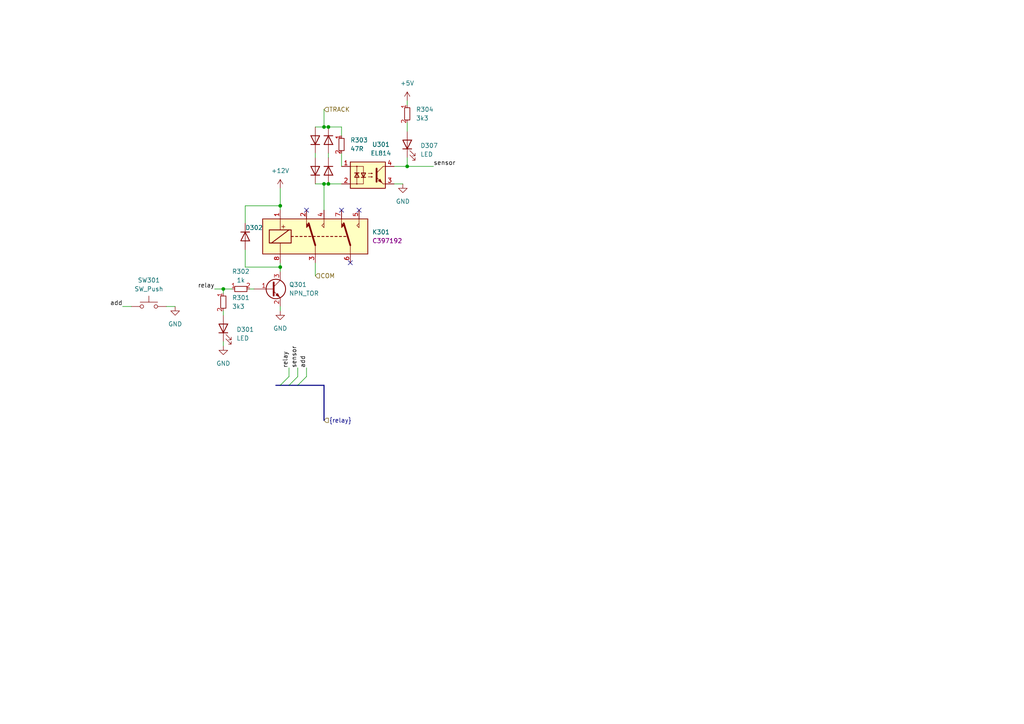
<source format=kicad_sch>
(kicad_sch (version 20230121) (generator eeschema)
  (paper "A4")
  (lib_symbols
    (symbol "custom_kicad_lib_sk:1N4148WS" (pin_numbers hide) (pin_names hide)
      (property "Reference" "D" (at 0 2.54 0))
      (property "Value" "1N4148WS" (at 0 -2.54 0))
      (symbol "1N4148WS_0_1"
        (polyline (pts (xy -1.27 1.27) (xy -1.27 -1.27)) (stroke (width 0.254)))
        (polyline (pts (xy 1.27 0) (xy -1.27 0)))
        (polyline (pts (xy 1.27 1.27) (xy 1.27 -1.27) (xy -1.27 0) (xy 1.27 1.27)) (stroke (width 0.254)))
      )
      (symbol "1N4148WS_1_1"
        (pin passive line (at -3.81 0 0) (length 2.54) (name "K") (number "1"))
        (pin passive line (at 3.81 0 180) (length 2.54) (name "A") (number "2"))
      )
    )
    (symbol "custom_kicad_lib_sk:EL814S" (pin_names (offset 1.016))
      (property "Reference" "U" (at -5.334 4.826 0))
      (property "Value" "EL814" (at 0 5.08 0))
      (symbol "EL814S_0_1"
        (rectangle (start -5.08 3.81) (end 5.08 -3.81) (stroke (width 0.254)) (fill (type background)))
        (circle (center -3.175 -2.54) (radius 0.127))
        (circle (center -3.175 2.54) (radius 0.127))
        (polyline (pts (xy -3.81 0.635) (xy -2.54 0.635)) (stroke (width 0.254)))
        (polyline (pts (xy -3.175 -0.635) (xy -3.175 -2.54)))
        (polyline (pts (xy -3.175 0.635) (xy -3.175 -0.635)))
        (polyline (pts (xy -3.175 0.635) (xy -3.175 2.54)))
        (polyline (pts (xy -1.905 -0.635) (xy -0.635 -0.635)) (stroke (width 0.254)))
        (polyline (pts (xy -1.27 0.635) (xy -1.27 -0.635)))
        (polyline (pts (xy 2.54 0.635) (xy 4.445 2.54)))
        (polyline (pts (xy 4.445 -2.54) (xy 2.54 -0.635)) (fill (type outline)))
        (polyline (pts (xy 4.445 -2.54) (xy 5.08 -2.54)))
        (polyline (pts (xy 4.445 2.54) (xy 5.08 2.54)))
        (polyline (pts (xy -5.08 2.54) (xy -1.27 2.54) (xy -1.27 0.635)))
        (polyline (pts (xy -1.27 -0.635) (xy -1.27 -2.54) (xy -5.08 -2.54)))
        (polyline (pts (xy 2.54 1.905) (xy 2.54 -1.905) (xy 2.54 -1.905)) (stroke (width 0.508)))
        (polyline (pts (xy -3.175 0.635) (xy -3.81 -0.635) (xy -2.54 -0.635) (xy -3.175 0.635)) (stroke (width 0.254)))
        (polyline (pts (xy -1.27 -0.635) (xy -1.905 0.635) (xy -0.635 0.635) (xy -1.27 -0.635)) (stroke (width 0.254)))
        (polyline (pts (xy 0.127 -0.508) (xy 1.397 -0.508) (xy 1.016 -0.635) (xy 1.016 -0.381) (xy 1.397 -0.508)))
        (polyline (pts (xy 0.127 0.508) (xy 1.397 0.508) (xy 1.016 0.381) (xy 1.016 0.635) (xy 1.397 0.508)))
        (polyline (pts (xy 3.048 -1.651) (xy 3.556 -1.143) (xy 4.064 -2.159) (xy 3.048 -1.651) (xy 3.048 -1.651)) (fill (type outline)))
      )
      (symbol "EL814S_1_1"
        (pin passive line (at -7.62 2.54 0) (length 2.54) (name "~") (number "1"))
        (pin passive line (at -7.62 -2.54 0) (length 2.54) (name "~") (number "2"))
        (pin passive line (at 7.62 -2.54 180) (length 2.54) (name "~") (number "3"))
        (pin passive line (at 7.62 2.54 180) (length 2.54) (name "~") (number "4"))
      )
    )
    (symbol "custom_kicad_lib_sk:G6K-2F-Y-TR DC12"
      (property "Reference" "K" (at 16.51 3.81 0))
      (property "JLCPCB Part#" "C397192" (at 0 0 0))
      (symbol "G6K-2F-Y-TR DC12_0_0"
        (text "+" (at -9.271 2.921 0) (effects (font (size 1.27 1.27))))
      )
      (symbol "G6K-2F-Y-TR DC12_0_1"
        (rectangle (start -15.24 5.08) (end 15.24 -5.08) (stroke (width 0.254)) (fill (type background)))
        (rectangle (start -13.335 1.905) (end -6.985 -1.905) (stroke (width 0.254)))
        (polyline (pts (xy -12.7 -1.905) (xy -7.62 1.905)) (stroke (width 0.254)))
        (polyline (pts (xy -10.16 -5.08) (xy -10.16 -1.905)))
        (polyline (pts (xy -10.16 5.08) (xy -10.16 1.905)))
        (polyline (pts (xy -6.985 0) (xy -6.35 0)) (stroke (width 0.254)))
        (polyline (pts (xy -5.715 0) (xy -5.08 0)) (stroke (width 0.254)))
        (polyline (pts (xy -4.445 0) (xy -3.81 0)) (stroke (width 0.254)))
        (polyline (pts (xy -3.175 0) (xy -2.54 0)) (stroke (width 0.254)))
        (polyline (pts (xy -1.905 0) (xy -1.27 0)) (stroke (width 0.254)))
        (polyline (pts (xy -0.635 0) (xy 0 0)) (stroke (width 0.254)))
        (polyline (pts (xy 0 -2.54) (xy -1.905 3.81)) (stroke (width 0.508)))
        (polyline (pts (xy 0 -2.54) (xy 0 -5.08)))
        (polyline (pts (xy 0.635 0) (xy 1.27 0)) (stroke (width 0.254)))
        (polyline (pts (xy 1.905 0) (xy 2.54 0)) (stroke (width 0.254)))
        (polyline (pts (xy 3.175 0) (xy 3.81 0)) (stroke (width 0.254)))
        (polyline (pts (xy 4.445 0) (xy 5.08 0)) (stroke (width 0.254)))
        (polyline (pts (xy 5.715 0) (xy 6.35 0)) (stroke (width 0.254)))
        (polyline (pts (xy 6.985 0) (xy 7.62 0)) (stroke (width 0.254)))
        (polyline (pts (xy 8.255 0) (xy 8.89 0)) (stroke (width 0.254)))
        (polyline (pts (xy 10.16 -2.54) (xy 8.255 3.81)) (stroke (width 0.508)))
        (polyline (pts (xy 10.16 -2.54) (xy 10.16 -5.08)))
        (polyline (pts (xy -2.54 5.08) (xy -2.54 2.54) (xy -1.905 3.175) (xy -2.54 3.81)) (fill (type outline)))
        (polyline (pts (xy 2.54 5.08) (xy 2.54 2.54) (xy 1.905 3.175) (xy 2.54 3.81)))
        (polyline (pts (xy 7.62 5.08) (xy 7.62 2.54) (xy 8.255 3.175) (xy 7.62 3.81)) (fill (type outline)))
        (polyline (pts (xy 12.7 5.08) (xy 12.7 2.54) (xy 12.065 3.175) (xy 12.7 3.81)))
      )
      (symbol "G6K-2F-Y-TR DC12_1_1"
        (pin passive line (at -10.16 7.62 270) (length 2.54) (name "~") (number "1"))
        (pin passive line (at -2.54 7.62 270) (length 2.54) (name "~") (number "2"))
        (pin passive line (at 0 -7.62 90) (length 2.54) (name "~") (number "3"))
        (pin passive line (at 2.54 7.62 270) (length 2.54) (name "~") (number "4"))
        (pin passive line (at 12.7 7.62 270) (length 2.54) (name "~") (number "5"))
        (pin passive line (at 10.16 -7.62 90) (length 2.54) (name "~") (number "6"))
        (pin passive line (at 7.62 7.62 270) (length 2.54) (name "~") (number "7"))
        (pin passive line (at -10.16 -7.62 90) (length 2.54) (name "~") (number "8"))
      )
    )
    (symbol "custom_kicad_lib_sk:LED" (pin_numbers hide) (pin_names (offset 1.016) hide)
      (property "Reference" "D" (at 0 2.54 0))
      (property "Value" "LED" (at 0 -2.54 0))
      (symbol "LED_0_1"
        (polyline (pts (xy -1.27 -1.27) (xy -1.27 1.27)) (stroke (width 0.254)))
        (polyline (pts (xy -1.27 0) (xy 1.27 0)))
        (polyline (pts (xy 1.27 -1.27) (xy 1.27 1.27) (xy -1.27 0) (xy 1.27 -1.27)) (stroke (width 0.254)))
        (polyline (pts (xy -3.048 -0.762) (xy -4.572 -2.286) (xy -3.81 -2.286) (xy -4.572 -2.286) (xy -4.572 -1.524)))
        (polyline (pts (xy -1.778 -0.762) (xy -3.302 -2.286) (xy -2.54 -2.286) (xy -3.302 -2.286) (xy -3.302 -1.524)))
      )
      (symbol "LED_1_1"
        (pin passive line (at -3.81 0 0) (length 2.54) (name "K") (number "1"))
        (pin passive line (at 3.81 0 180) (length 2.54) (name "A") (number "2"))
      )
    )
    (symbol "custom_kicad_lib_sk:NPN_TOR" (pin_names (offset 0) hide)
      (property "Reference" "Q" (at 5.08 1.905 0))
      (property "Value" "NPN_TOR" (at 5.08 0 0))
      (symbol "NPN_TOR_0_1"
        (polyline (pts (xy 0.635 0.635) (xy 2.54 2.54)))
        (polyline (pts (xy 0.635 -0.635) (xy 2.54 -2.54) (xy 2.54 -2.54)))
        (polyline (pts (xy 0.635 1.905) (xy 0.635 -1.905) (xy 0.635 -1.905)) (stroke (width 0.508)))
        (polyline (pts (xy 1.27 -1.778) (xy 1.778 -1.27) (xy 2.286 -2.286) (xy 1.27 -1.778) (xy 1.27 -1.778)) (fill (type outline)))
        (circle (center 1.27 0) (radius 2.8194) (stroke (width 0.254)))
      )
      (symbol "NPN_TOR_1_1"
        (pin input line (at -5.08 0 0) (length 5.715) (name "B") (number "1"))
        (pin passive line (at 2.54 -5.08 90) (length 2.54) (name "E") (number "2"))
        (pin passive line (at 2.54 5.08 270) (length 2.54) (name "C") (number "3"))
      )
    )
    (symbol "custom_kicad_lib_sk:SS53" (pin_numbers hide) (pin_names (offset 1.016) hide)
      (property "Reference" "D" (at 0 2.54 0))
      (property "Value" "SS53" (at 0 -1.27 0))
      (symbol "SS53_0_1"
        (polyline (pts (xy -1.27 2.54) (xy -1.27 0)) (stroke (width 0.254)))
        (polyline (pts (xy 1.27 1.27) (xy -1.27 1.27)))
        (polyline (pts (xy 1.27 2.54) (xy 1.27 0) (xy -1.27 1.27) (xy 1.27 2.54)) (stroke (width 0.254)))
      )
      (symbol "SS53_1_1"
        (pin passive line (at -3.81 1.27 0) (length 2.54) (name "K") (number "1"))
        (pin passive line (at 3.81 1.27 180) (length 2.54) (name "A") (number "2"))
      )
    )
    (symbol "custom_kicad_lib_sk:tactile_SMD_6mm" (pin_numbers hide) (pin_names (offset 1.016) hide)
      (property "Reference" "SW" (at 1.27 2.54 0))
      (property "Value" "SW_Push" (at 0 -1.524 0))
      (symbol "tactile_SMD_6mm_0_1"
        (circle (center -2.032 0) (radius 0.508))
        (polyline (pts (xy 0 1.27) (xy 0 3.048)))
        (polyline (pts (xy 2.54 1.27) (xy -2.54 1.27)))
        (circle (center 2.032 0) (radius 0.508))
        (pin passive line (at -5.08 0 0) (length 2.54) (name "1") (number "1"))
        (pin passive line (at 5.08 0 180) (length 2.54) (name "2") (number "2"))
      )
    )
    (symbol "power:+12V" (power) (pin_names (offset 0))
      (property "Value" "+12V" (at 0 3.556 0))
      (symbol "+12V_0_1"
        (polyline (pts (xy -0.762 1.27) (xy 0 2.54)))
        (polyline (pts (xy 0 0) (xy 0 2.54)))
        (polyline (pts (xy 0 2.54) (xy 0.762 1.27)))
      )
      (symbol "+12V_1_1"
        (pin power_in line (at 0 0 90) (length 0) hide (name "+12V") (number "1"))
      )
    )
    (symbol "power:+5V" (power) (pin_names (offset 0))
      (property "Value" "+5V" (at 0 3.556 0))
      (symbol "+5V_0_1"
        (polyline (pts (xy -0.762 1.27) (xy 0 2.54)))
        (polyline (pts (xy 0 0) (xy 0 2.54)))
        (polyline (pts (xy 0 2.54) (xy 0.762 1.27)))
      )
      (symbol "+5V_1_1"
        (pin power_in line (at 0 0 90) (length 0) hide (name "+5V") (number "1"))
      )
    )
    (symbol "power:GND" (power) (pin_names (offset 0))
      (property "Value" "GND" (at 0 -3.81 0))
      (symbol "GND_0_1"
        (polyline (pts (xy 0 0) (xy 0 -1.27) (xy 1.27 -1.27) (xy 0 -2.54) (xy -1.27 -1.27) (xy 0 -1.27)))
      )
      (symbol "GND_1_1"
        (pin power_in line (at 0 0 270) (length 0) hide (name "GND") (number "1"))
      )
    )
    (symbol "resistors_0603:R_1k_0603"
      (property "Reference" "R" (at 1.27 2.54 0))
      (property "Value" "1k" (at 2.54 -2.54 0))
      (symbol "R_1k_0603_0_1"
        (rectangle (start -0.762 1.778) (end 0.762 -1.778) (stroke (width 0.2032)))
      )
      (symbol "R_1k_0603_1_1"
        (pin passive line (at 0 2.54 270) (length 0.762) (name "~") (number "1"))
        (pin passive line (at 0 -2.54 90) (length 0.762) (name "~") (number "2"))
      )
    )
    (symbol "resistors_0603:R_3k3_0603"
      (property "Reference" "R" (at 1.27 2.54 0))
      (property "Value" "3k3" (at 2.54 -2.54 0))
      (symbol "R_3k3_0603_0_1"
        (rectangle (start -0.762 1.778) (end 0.762 -1.778) (stroke (width 0.2032)))
      )
      (symbol "R_3k3_0603_1_1"
        (pin passive line (at 0 2.54 270) (length 0.762) (name "~") (number "1"))
        (pin passive line (at 0 -2.54 90) (length 0.762) (name "~") (number "2"))
      )
    )
    (symbol "resistors_0603:R_47R_0603"
      (property "Reference" "R" (at 1.27 2.54 0))
      (property "Value" "47R" (at 2.54 -2.54 0))
      (symbol "R_47R_0603_0_1"
        (rectangle (start -0.762 1.778) (end 0.762 -1.778) (stroke (width 0.2032)))
      )
      (symbol "R_47R_0603_1_1"
        (pin passive line (at 0 2.54 270) (length 0.762) (name "~") (number "1"))
        (pin passive line (at 0 -2.54 90) (length 0.762) (name "~") (number "2"))
      )
    )
  )
  (junction (at 93.98 36.83))
  (junction (at 93.98 53.34))
  (junction (at 64.77 83.82))
  (junction (at 95.25 53.34))
  (junction (at 118.11 48.26))
  (junction (at 81.28 77.47))
  (junction (at 95.25 36.83))
  (junction (at 81.28 59.69))
  (no_connect (at 104.14 60.96))
  (no_connect (at 99.06 60.96))
  (no_connect (at 88.9 60.96))
  (no_connect (at 101.6 76.2))
  (bus_entry (at 81.28 111.76) (size 2.54 -2.54))
  (bus_entry (at 86.36 111.76) (size 2.54 -2.54))
  (bus_entry (at 83.82 111.76) (size 2.54 -2.54))
  (wire (pts (xy 118.11 45.72) (xy 118.11 48.26)))
  (wire (pts (xy 114.3 53.34) (xy 116.84 53.34)))
  (wire (pts (xy 93.98 31.75) (xy 93.98 36.83)))
  (wire (pts (xy 64.77 83.82) (xy 64.77 85.09)))
  (bus (pts (xy 83.82 111.76) (xy 86.36 111.76)))
  (wire (pts (xy 93.98 53.34) (xy 93.98 60.96)))
  (wire (pts (xy 71.12 77.47) (xy 71.12 72.39)))
  (bus (pts (xy 86.36 111.76) (xy 93.98 111.76)))
  (wire (pts (xy 72.39 83.82) (xy 73.66 83.82)))
  (wire (pts (xy 71.12 59.69) (xy 71.12 64.77)))
  (wire (pts (xy 48.26 88.9) (xy 50.8 88.9)))
  (wire (pts (xy 91.44 45.72) (xy 91.44 44.45)))
  (wire (pts (xy 81.28 76.2) (xy 81.28 77.47)))
  (wire (pts (xy 64.77 99.06) (xy 64.77 100.33)))
  (wire (pts (xy 81.28 88.9) (xy 81.28 90.17)))
  (wire (pts (xy 62.23 83.82) (xy 64.77 83.82)))
  (wire (pts (xy 83.82 106.68) (xy 83.82 109.22)))
  (wire (pts (xy 91.44 76.2) (xy 91.44 80.01)))
  (bus (pts (xy 80.01 111.76) (xy 81.28 111.76)))
  (wire (pts (xy 81.28 77.47) (xy 71.12 77.47)))
  (wire (pts (xy 81.28 60.96) (xy 81.28 59.69)))
  (wire (pts (xy 99.06 36.83) (xy 95.25 36.83)))
  (wire (pts (xy 95.25 36.83) (xy 93.98 36.83)))
  (wire (pts (xy 95.25 45.72) (xy 95.25 44.45)))
  (wire (pts (xy 91.44 53.34) (xy 93.98 53.34)))
  (wire (pts (xy 93.98 36.83) (xy 91.44 36.83)))
  (wire (pts (xy 88.9 106.68) (xy 88.9 109.22)))
  (wire (pts (xy 95.25 53.34) (xy 99.06 53.34)))
  (wire (pts (xy 118.11 29.21) (xy 118.11 30.48)))
  (wire (pts (xy 93.98 53.34) (xy 95.25 53.34)))
  (wire (pts (xy 81.28 59.69) (xy 71.12 59.69)))
  (bus (pts (xy 93.98 121.92) (xy 93.98 111.76)))
  (wire (pts (xy 118.11 35.56) (xy 118.11 38.1)))
  (wire (pts (xy 64.77 83.82) (xy 67.31 83.82)))
  (wire (pts (xy 64.77 90.17) (xy 64.77 91.44)))
  (wire (pts (xy 35.56 88.9) (xy 38.1 88.9)))
  (wire (pts (xy 99.06 39.37) (xy 99.06 36.83)))
  (wire (pts (xy 81.28 54.61) (xy 81.28 59.69)))
  (wire (pts (xy 86.36 106.68) (xy 86.36 109.22)))
  (wire (pts (xy 99.06 44.45) (xy 99.06 48.26)))
  (wire (pts (xy 81.28 77.47) (xy 81.28 78.74)))
  (wire (pts (xy 114.3 48.26) (xy 118.11 48.26)))
  (bus (pts (xy 81.28 111.76) (xy 83.82 111.76)))
  (wire (pts (xy 118.11 48.26) (xy 125.73 48.26)))
  (label "relay" (at 83.82 106.68 90))
  (label "add" (at 35.56 88.9 180))
  (label "sensor" (at 125.73 48.26 0))
  (label "sensor" (at 86.36 106.68 90))
  (label "add" (at 88.9 106.68 90))
  (label "relay" (at 62.23 83.82 180))
  (hierarchical_label "TRACK" (shape input) (at 93.98 31.75 0))
  (hierarchical_label "{relay}" (shape input) (at 93.98 121.92 0))
  (hierarchical_label "COM" (shape input) (at 91.44 80.01 0))
  (symbol (lib_id "power:+12V") (at 81.28 54.61 0) (unit 1)
    (property "Reference" "#PWR0305" (effects hide))
    (property "Value" "+12V" (at 81.28 49.53 0))
    (instances (project "relayTracker" (path "" (reference "#PWR0305") (unit 1)) (path "" (reference "#PWR0505") (unit 1)) (path "" (reference "#PWR0605") (unit 1)) (path "" (reference "#PWR0705") (unit 1))))
  )
  (symbol (lib_id "custom_kicad_lib_sk:LED") (at 64.77 95.25 90) (unit 1)
    (property "Reference" "D301" (at 68.58 95.5675 90) (effects (justify right)))
    (property "Value" "LED" (at 68.58 98.1075 90) (effects (justify right)))
    (property "Footprint" "LED_SMD:LED_0805_2012Metric_Pad1.15x1.40mm_HandSolder" (effects hide))
    (property "JLCPCB Part#" "C2296" (effects hide))
    (instances (project "relayTracker" (path "" (reference "D301") (unit 1)) (path "" (reference "D501") (unit 1)) (path "" (reference "D601") (unit 1)) (path "" (reference "D701") (unit 1))))
  )
  (symbol (lib_id "power:GND") (at 116.84 53.34 0) (unit 1)
    (property "Reference" "#PWR0302" (effects hide))
    (property "Value" "GND" (at 116.84 58.42 0))
    (instances (project "relayTracker" (path "" (reference "#PWR0302") (unit 1)) (path "" (reference "#PWR0502") (unit 1)) (path "" (reference "#PWR0602") (unit 1)) (path "" (reference "#PWR0702") (unit 1))))
  )
  (symbol (lib_id "custom_kicad_lib_sk:SS53") (at 92.71 40.64 90) (unit 1)
    (property "Reference" "D303" (effects hide))
    (property "Value" "SS53" (effects hide))
    (property "Footprint" "Diode_SMD:D_SMA" (effects hide))
    (property "Sim.Device" "D" (effects hide))
    (property "Sim.Pins" "1=K 2=A" (effects hide))
    (property "JLCPCB Part#" "C8678" (effects hide))
    (instances (project "relayTracker" (path "" (reference "D303") (unit 1)) (path "" (reference "D503") (unit 1)) (path "" (reference "D603") (unit 1)) (path "" (reference "D703") (unit 1))))
  )
  (symbol (lib_id "custom_kicad_lib_sk:LED") (at 118.11 41.91 90) (unit 1)
    (property "Reference" "D307" (at 121.92 42.2275 90) (effects (justify right)))
    (property "Value" "LED" (at 121.92 44.7675 90) (effects (justify right)))
    (property "Footprint" "LED_SMD:LED_0805_2012Metric_Pad1.15x1.40mm_HandSolder" (effects hide))
    (property "JLCPCB Part#" "C2296" (effects hide))
    (instances (project "relayTracker" (path "" (reference "D307") (unit 1)) (path "" (reference "D507") (unit 1)) (path "" (reference "D607") (unit 1)) (path "" (reference "D707") (unit 1))))
  )
  (symbol (lib_id "power:+5V") (at 118.11 29.21 0) (unit 1)
    (property "Reference" "#PWR0306" (effects hide))
    (property "Value" "+5V" (at 118.11 24.13 0))
    (instances (project "relayTracker" (path "" (reference "#PWR0306") (unit 1)) (path "" (reference "#PWR0506") (unit 1)) (path "" (reference "#PWR0606") (unit 1)) (path "" (reference "#PWR0706") (unit 1))))
  )
  (symbol (lib_id "custom_kicad_lib_sk:EL814S") (at 106.68 50.8 0) (unit 1)
    (property "Reference" "U301" (at 110.49 41.91 0))
    (property "Value" "EL814" (at 110.49 44.45 0))
    (property "Footprint" "Package_DIP:SMDIP-4_W9.53mm" (effects hide))
    (property "Datasheet" "http://www.everlight.com/file/ProductFile/EL814.pdf" (effects hide))
    (property "JLCPCB Part#" "C500388" (effects hide))
    (instances (project "relayTracker" (path "" (reference "U301") (unit 1)) (path "" (reference "U501") (unit 1)) (path "" (reference "U601") (unit 1)) (path "" (reference "U701") (unit 1))))
  )
  (symbol (lib_id "resistors_0603:R_47R_0603") (at 99.06 41.91 0) (unit 1)
    (property "Reference" "R303" (at 101.6 40.64 0) (effects (justify left)))
    (property "Value" "47R" (at 101.6 43.18 0) (effects (justify left)))
    (property "Footprint" "custom_kicad_lib_sk:R_0603_smalltext" (effects hide))
    (property "JLCPCB Part#" "C23182" (effects hide))
    (instances (project "relayTracker" (path "" (reference "R303") (unit 1)) (path "" (reference "R503") (unit 1)) (path "" (reference "R603") (unit 1)) (path "" (reference "R703") (unit 1))))
  )
  (symbol (lib_id "custom_kicad_lib_sk:G6K-2F-Y-TR DC12") (at 91.44 68.58 0) (unit 1)
    (property "Reference" "K301" (at 107.95 67.31 0) (effects (justify left)))
    (property "Value" "G6K-2F-Y-TR DC12" (effects hide))
    (property "Footprint" "Relay_SMD:Relay_DPDT_Omron_G6K-2F-Y" (effects hide))
    (property "Datasheet" "http://omronfs.omron.com/en_US/ecb/products/pdf/en-g6k.pdf" (effects hide))
    (property "JLCPCB Part#" "C397192" (at 107.95 69.85 0) (effects (justify left)))
    (instances (project "relayTracker" (path "" (reference "K301") (unit 1)) (path "" (reference "K501") (unit 1)) (path "" (reference "K601") (unit 1)) (path "" (reference "K701") (unit 1))))
  )
  (symbol (lib_id "resistors_0603:R_3k3_0603") (at 118.11 33.02 0) (unit 1)
    (property "Reference" "R304" (at 120.65 31.75 0) (effects (justify left)))
    (property "Value" "3k3" (at 120.65 34.29 0) (effects (justify left)))
    (property "Footprint" "custom_kicad_lib_sk:R_0603_smalltext" (effects hide))
    (property "JLCPCB Part#" "C22978" (effects hide))
    (instances (project "relayTracker" (path "" (reference "R304") (unit 1)) (path "" (reference "R504") (unit 1)) (path "" (reference "R604") (unit 1)) (path "" (reference "R704") (unit 1))))
  )
  (symbol (lib_id "custom_kicad_lib_sk:SS53") (at 93.98 49.53 270) (unit 1)
    (property "Reference" "D306" (effects hide))
    (property "Value" "SS53" (effects hide))
    (property "Footprint" "Diode_SMD:D_SMA" (effects hide))
    (property "Sim.Device" "D" (effects hide))
    (property "Sim.Pins" "1=K 2=A" (effects hide))
    (property "JLCPCB Part#" "C8678" (effects hide))
    (instances (project "relayTracker" (path "" (reference "D306") (unit 1)) (path "" (reference "D506") (unit 1)) (path "" (reference "D606") (unit 1)) (path "" (reference "D706") (unit 1))))
  )
  (symbol (lib_id "custom_kicad_lib_sk:NPN_TOR") (at 78.74 83.82 0) (unit 1)
    (property "Reference" "Q301" (at 83.82 82.55 0) (effects (justify left)))
    (property "Value" "NPN_TOR" (at 83.82 85.09 0) (effects (justify left)))
    (property "Footprint" "Package_TO_SOT_SMD:SOT-23" (effects hide))
    (property "JLCPCB Part#" "C2145" (effects hide))
    (instances (project "relayTracker" (path "" (reference "Q301") (unit 1)) (path "" (reference "Q501") (unit 1)) (path "" (reference "Q601") (unit 1)) (path "" (reference "Q701") (unit 1))))
  )
  (symbol (lib_id "power:GND") (at 50.8 88.9 0) (unit 1)
    (property "Reference" "#PWR0304" (effects hide))
    (property "Value" "GND" (at 50.8 93.98 0))
    (instances (project "relayTracker" (path "" (reference "#PWR0304") (unit 1)) (path "" (reference "#PWR0504") (unit 1)) (path "" (reference "#PWR0604") (unit 1)) (path "" (reference "#PWR0704") (unit 1))))
  )
  (symbol (lib_id "resistors_0603:R_3k3_0603") (at 64.77 87.63 0) (unit 1)
    (property "Reference" "R301" (at 67.31 86.36 0) (effects (justify left)))
    (property "Value" "3k3" (at 67.31 88.9 0) (effects (justify left)))
    (property "Footprint" "custom_kicad_lib_sk:R_0603_smalltext" (effects hide))
    (property "JLCPCB Part#" "C22978" (effects hide))
    (instances (project "relayTracker" (path "" (reference "R301") (unit 1)) (path "" (reference "R501") (unit 1)) (path "" (reference "R601") (unit 1)) (path "" (reference "R701") (unit 1))))
  )
  (symbol (lib_id "custom_kicad_lib_sk:SS53") (at 92.71 49.53 90) (unit 1)
    (property "Reference" "D304" (effects hide))
    (property "Value" "SS53" (effects hide))
    (property "Footprint" "Diode_SMD:D_SMA" (effects hide))
    (property "Sim.Device" "D" (effects hide))
    (property "Sim.Pins" "1=K 2=A" (effects hide))
    (property "JLCPCB Part#" "C8678" (effects hide))
    (instances (project "relayTracker" (path "" (reference "D304") (unit 1)) (path "" (reference "D504") (unit 1)) (path "" (reference "D604") (unit 1)) (path "" (reference "D704") (unit 1))))
  )
  (symbol (lib_id "power:GND") (at 81.28 90.17 0) (unit 1)
    (property "Reference" "#PWR0301" (effects hide))
    (property "Value" "GND" (at 81.28 95.25 0))
    (instances (project "relayTracker" (path "" (reference "#PWR0301") (unit 1)) (path "" (reference "#PWR0501") (unit 1)) (path "" (reference "#PWR0601") (unit 1)) (path "" (reference "#PWR0701") (unit 1))))
  )
  (symbol (lib_id "custom_kicad_lib_sk:1N4148WS") (at 71.12 68.58 270) (unit 1)
    (property "Reference" "D302" (at 71.12 66.04 90) (effects (justify left)))
    (property "Value" "1N4148WS" (effects hide))
    (property "Footprint" "Diode_SMD:D_SOD-323" (effects hide))
    (property "Datasheet" "https://www.vishay.com/docs/85751/1n4148ws.pdf" (effects hide))
    (property "Sim.Device" "D" (effects hide))
    (property "Sim.Pins" "1=K 2=A" (effects hide))
    (property "JLCPCB Part#" "C2128" (effects hide))
    (instances (project "relayTracker" (path "" (reference "D302") (unit 1)) (path "" (reference "D502") (unit 1)) (path "" (reference "D602") (unit 1)) (path "" (reference "D702") (unit 1))))
  )
  (symbol (lib_id "custom_kicad_lib_sk:tactile_SMD_6mm") (at 43.18 88.9 0) (unit 1)
    (property "Reference" "SW301" (at 43.18 81.28 0))
    (property "Value" "SW_Push" (at 43.18 83.82 0))
    (property "Footprint" "custom_kicad_lib_sk:tactile_SMD_6mm" (effects hide))
    (property "JLCPCB Part#" "C294569" (effects hide))
    (instances (project "relayTracker" (path "" (reference "SW301") (unit 1)) (path "" (reference "SW501") (unit 1)) (path "" (reference "SW601") (unit 1)) (path "" (reference "SW701") (unit 1))))
  )
  (symbol (lib_id "resistors_0603:R_1k_0603") (at 69.85 83.82 90) (unit 1)
    (property "Reference" "R302" (at 69.85 78.74 90))
    (property "Value" "1k" (at 69.85 81.28 90))
    (property "Footprint" "custom_kicad_lib_sk:R_0603_smalltext" (effects hide))
    (property "JLCPCB Part#" "C21190" (effects hide))
    (instances (project "relayTracker" (path "" (reference "R302") (unit 1)) (path "" (reference "R502") (unit 1)) (path "" (reference "R602") (unit 1)) (path "" (reference "R702") (unit 1))))
  )
  (symbol (lib_id "custom_kicad_lib_sk:SS53") (at 93.98 40.64 270) (unit 1)
    (property "Reference" "D305" (effects hide))
    (property "Value" "SS53" (effects hide))
    (property "Footprint" "Diode_SMD:D_SMA" (effects hide))
    (property "Sim.Device" "D" (effects hide))
    (property "Sim.Pins" "1=K 2=A" (effects hide))
    (property "JLCPCB Part#" "C8678" (effects hide))
    (instances (project "relayTracker" (path "" (reference "D305") (unit 1)) (path "" (reference "D505") (unit 1)) (path "" (reference "D605") (unit 1)) (path "" (reference "D705") (unit 1))))
  )
  (symbol (lib_id "power:GND") (at 64.77 100.33 0) (unit 1)
    (property "Reference" "#PWR0303" (effects hide))
    (property "Value" "GND" (at 64.77 105.41 0))
    (instances (project "relayTracker" (path "" (reference "#PWR0303") (unit 1)) (path "" (reference "#PWR0503") (unit 1)) (path "" (reference "#PWR0603") (unit 1)) (path "" (reference "#PWR0703") (unit 1))))
  )
)
</source>
